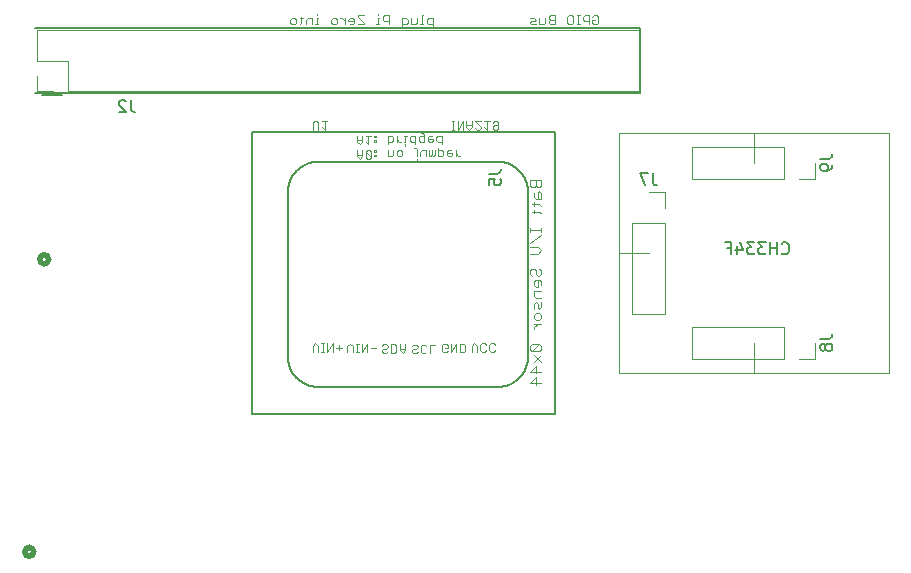
<source format=gbr>
%TF.GenerationSoftware,KiCad,Pcbnew,9.0.2*%
%TF.CreationDate,2025-11-06T14:17:09-06:00*%
%TF.ProjectId,cubesat Sim board,63756265-7361-4742-9053-696d20626f61,rev?*%
%TF.SameCoordinates,Original*%
%TF.FileFunction,Legend,Bot*%
%TF.FilePolarity,Positive*%
%FSLAX46Y46*%
G04 Gerber Fmt 4.6, Leading zero omitted, Abs format (unit mm)*
G04 Created by KiCad (PCBNEW 9.0.2) date 2025-11-06 14:17:09*
%MOMM*%
%LPD*%
G01*
G04 APERTURE LIST*
G04 Aperture macros list*
%AMRoundRect*
0 Rectangle with rounded corners*
0 $1 Rounding radius*
0 $2 $3 $4 $5 $6 $7 $8 $9 X,Y pos of 4 corners*
0 Add a 4 corners polygon primitive as box body*
4,1,4,$2,$3,$4,$5,$6,$7,$8,$9,$2,$3,0*
0 Add four circle primitives for the rounded corners*
1,1,$1+$1,$2,$3*
1,1,$1+$1,$4,$5*
1,1,$1+$1,$6,$7*
1,1,$1+$1,$8,$9*
0 Add four rect primitives between the rounded corners*
20,1,$1+$1,$2,$3,$4,$5,0*
20,1,$1+$1,$4,$5,$6,$7,0*
20,1,$1+$1,$6,$7,$8,$9,0*
20,1,$1+$1,$8,$9,$2,$3,0*%
G04 Aperture macros list end*
%ADD10C,0.127000*%
%ADD11C,0.101600*%
%ADD12C,0.100000*%
%ADD13C,0.203200*%
%ADD14C,0.150000*%
%ADD15C,0.508000*%
%ADD16C,0.120000*%
%ADD17C,2.800000*%
%ADD18O,2.800000X2.800000*%
%ADD19C,5.400000*%
%ADD20C,1.803400*%
%ADD21O,1.550000X0.890000*%
%ADD22O,0.950000X1.250000*%
%ADD23C,1.600000*%
%ADD24O,1.600000X1.600000*%
%ADD25C,1.700000*%
%ADD26R,1.700000X1.700000*%
%ADD27RoundRect,0.250000X0.350000X0.625000X-0.350000X0.625000X-0.350000X-0.625000X0.350000X-0.625000X0*%
%ADD28O,1.200000X1.750000*%
%ADD29C,1.200000*%
%ADD30O,1.512000X2.820000*%
%ADD31O,2.820000X1.512000*%
%ADD32C,1.712000*%
G04 APERTURE END LIST*
D10*
X161919670Y-71138540D02*
X161980630Y-71146670D01*
D11*
X164962340Y-84846410D02*
X164657280Y-85151470D01*
X146160240Y-86503510D02*
X146397480Y-86741000D01*
D10*
X163833560Y-88864440D02*
X163803080Y-88917780D01*
D11*
X149662900Y-68935600D02*
X149662900Y-69410320D01*
D10*
X164093660Y-88178130D02*
X164079690Y-88237820D01*
D11*
X164657280Y-74555860D02*
X164657280Y-74860910D01*
D10*
X145303240Y-71356470D02*
X145359120Y-71331330D01*
D11*
X155774900Y-70629520D02*
X155893520Y-70629520D01*
D10*
X143880840Y-88117930D02*
X143869920Y-88057730D01*
D11*
X153505160Y-70510910D02*
X153386540Y-70629520D01*
X151917660Y-86587970D02*
X151799040Y-86706840D01*
X154764740Y-70036180D02*
X154764740Y-70629520D01*
X150411180Y-70748140D02*
X150529800Y-70866760D01*
X161539430Y-67691000D02*
X161302200Y-67691000D01*
D10*
X163297870Y-89531190D02*
X163251390Y-89571320D01*
X164126930Y-87997030D02*
X164117280Y-88057730D01*
D11*
X165114740Y-84521040D02*
X164809680Y-84521040D01*
D10*
X162339790Y-71226170D02*
X162398460Y-71244200D01*
X163343340Y-71799960D02*
X163387790Y-71842370D01*
X163594040Y-89220550D02*
X163554920Y-89267790D01*
D11*
X151278340Y-70629520D02*
X151159720Y-70629520D01*
X157234890Y-87223855D02*
X157353510Y-87105235D01*
X154750320Y-59367350D02*
X154750320Y-58986090D01*
D10*
X145588740Y-71244200D02*
X145647410Y-71226170D01*
D12*
X171831000Y-78828000D02*
X174371000Y-78828000D01*
D11*
X146671290Y-86503510D02*
X146908780Y-86503510D01*
X165109450Y-59494600D02*
X165490710Y-59494600D01*
X149081240Y-86520275D02*
X148844000Y-86757765D01*
X165114740Y-87171780D02*
X165267390Y-87019130D01*
D10*
X163771330Y-72319890D02*
X163803080Y-72372220D01*
X162398460Y-90045790D02*
X162339790Y-90063830D01*
D11*
X158375860Y-86511895D02*
X158731720Y-86511895D01*
X166031730Y-59113090D02*
X166412980Y-59113090D01*
D10*
X163106610Y-71605140D02*
X163155890Y-71641710D01*
X144283180Y-72217020D02*
X144318740Y-72166990D01*
X144432280Y-72022210D02*
X144472410Y-71975720D01*
D11*
X165114740Y-74708260D02*
X165267390Y-74860910D01*
X161539430Y-68402960D02*
X161302200Y-68402960D01*
D10*
X145530570Y-71264020D02*
X145588740Y-71244200D01*
X162280860Y-71209150D02*
X162339790Y-71226170D01*
X163942270Y-88644470D02*
X163917130Y-88700350D01*
D11*
X149318480Y-86757765D02*
X149081240Y-86520275D01*
D10*
X122448120Y-59824800D02*
X173654520Y-59824800D01*
D11*
X157353510Y-86868005D02*
X157116280Y-86868005D01*
X165267390Y-73142350D02*
X165114740Y-73294750D01*
D10*
X164150550Y-87752680D02*
X164147000Y-87813890D01*
X143852140Y-73353930D02*
X143860270Y-73292970D01*
D11*
X155026360Y-70629520D02*
X155026360Y-70273670D01*
D10*
X173654520Y-65311200D02*
X122448120Y-65311200D01*
D11*
X155443430Y-87308310D02*
X155206200Y-87308310D01*
X155650190Y-69291710D02*
X155768810Y-69410320D01*
X145943580Y-67809870D02*
X146062200Y-67691000D01*
D10*
X146128490Y-90158060D02*
X146067530Y-90151460D01*
X144981680Y-71535290D02*
X145033500Y-71502270D01*
X162901380Y-89819480D02*
X162848040Y-89849960D01*
D11*
X153770590Y-86944080D02*
X153295860Y-86944080D01*
X144545360Y-59113090D02*
X144545360Y-59367350D01*
X165267390Y-82039970D02*
X164657280Y-82039970D01*
X165904730Y-59367350D02*
X166031730Y-59494600D01*
X165267390Y-77362300D02*
X164352230Y-77972410D01*
X153955040Y-59367350D02*
X153955040Y-59113090D01*
D10*
X161980630Y-90143330D02*
X161919670Y-90151460D01*
X164064450Y-88297260D02*
X164047430Y-88356180D01*
X162456630Y-71264020D02*
X162514280Y-71285100D01*
X143840200Y-87813890D02*
X143836650Y-87752680D01*
D11*
X154764740Y-70866760D02*
X154764740Y-70985380D01*
X164504630Y-73294750D02*
X164657280Y-73294750D01*
D10*
X144783050Y-71679560D02*
X144831310Y-71641710D01*
D11*
X160672280Y-68402960D02*
X160435040Y-68165720D01*
X155376380Y-68816980D02*
X155376380Y-69410320D01*
X155153410Y-58731840D02*
X155153410Y-59494600D01*
X166031730Y-58731840D02*
X165904730Y-58858840D01*
D10*
X146373600Y-90170000D02*
X146312130Y-90169240D01*
X146189700Y-71126600D02*
X146250920Y-71123050D01*
X163431220Y-89404190D02*
X163387790Y-89447620D01*
D11*
X157390340Y-70629520D02*
X157627580Y-70629520D01*
D10*
X162571430Y-71307450D02*
X162628080Y-71331330D01*
X164029390Y-88414860D02*
X164009580Y-88473020D01*
D11*
X152638260Y-69410320D02*
X152282400Y-69410320D01*
X153505160Y-70273670D02*
X153505160Y-70510910D01*
X150091400Y-87232235D02*
X150091400Y-86520275D01*
D10*
X163917130Y-72589640D02*
X163942270Y-72645520D01*
D11*
X156006040Y-68935600D02*
X155768810Y-68935600D01*
X157746200Y-70510910D02*
X157746200Y-70392290D01*
X156997910Y-70273670D02*
X156997910Y-70510910D01*
D10*
X162280860Y-90080840D02*
X162221420Y-90096080D01*
D11*
X146146570Y-59494600D02*
X146400830Y-59494600D01*
D10*
X145825470Y-90110050D02*
X145765780Y-90096080D01*
D11*
X158731720Y-86511895D02*
X158850590Y-86630765D01*
X169328900Y-58731840D02*
X168947390Y-58731840D01*
X159412690Y-68165720D02*
X159412690Y-67691000D01*
X147170400Y-87215470D02*
X147644870Y-86503510D01*
X159175450Y-68402960D02*
X158938220Y-68165720D01*
X156249370Y-70510910D02*
X156249370Y-70154800D01*
X154901650Y-69291710D02*
X154901650Y-69054470D01*
X154527510Y-69917560D02*
X154646130Y-69917560D01*
X165267390Y-76738730D02*
X165267390Y-77043790D01*
X155567180Y-59367350D02*
X155567180Y-59113090D01*
X164314180Y-59367350D02*
X164441430Y-59494600D01*
X155694180Y-59494600D02*
X155567180Y-59367350D01*
X153828040Y-58986090D02*
X153446790Y-58986090D01*
D10*
X145247870Y-71383140D02*
X145303240Y-71356470D01*
X162953700Y-89787730D02*
X162901380Y-89819480D01*
D11*
X158664410Y-67691000D02*
X158664410Y-68402960D01*
X168947390Y-58731840D02*
X168820390Y-58858840D01*
X164352230Y-72684640D02*
X165267390Y-72684640D01*
X151159720Y-69291710D02*
X151278340Y-69291710D01*
D10*
X164093660Y-73111870D02*
X164106360Y-73172060D01*
D11*
X164657280Y-74077830D02*
X164809680Y-74230480D01*
X164657280Y-84846410D02*
X165267390Y-84846410D01*
X160133540Y-86622380D02*
X160133540Y-87096850D01*
X147170400Y-86503510D02*
X147170400Y-87215470D01*
X156075690Y-58986090D02*
X156075690Y-59748600D01*
X150244100Y-59494600D02*
X150244100Y-59367350D01*
X156006040Y-69410320D02*
X156124660Y-69291710D01*
X155020270Y-68935600D02*
X155376380Y-68935600D01*
X149318480Y-87232235D02*
X149318480Y-86757765D01*
X165114740Y-81104480D02*
X165267390Y-81256880D01*
X151917660Y-87299930D02*
X152154890Y-87299930D01*
X149900140Y-69647560D02*
X150137370Y-69410320D01*
X151314410Y-86876385D02*
X150839680Y-86876385D01*
X168820390Y-59113090D02*
X168947390Y-59240350D01*
D10*
X145647410Y-71226170D02*
X145706340Y-71209150D01*
D11*
X170123920Y-59367350D02*
X170123920Y-58858840D01*
X164809680Y-73142350D02*
X164809680Y-72684640D01*
D10*
X161858710Y-71131940D02*
X161919670Y-71138540D01*
D11*
X154153370Y-69291710D02*
X154271980Y-69410320D01*
D10*
X146250920Y-71123050D02*
X146312130Y-71120760D01*
X143860270Y-87997030D02*
X143852140Y-87936070D01*
X162793940Y-71410830D02*
X162848040Y-71440040D01*
X161919670Y-90151460D02*
X161858710Y-90158060D01*
D11*
X158257500Y-70629520D02*
X158020260Y-70392290D01*
D10*
X143880840Y-73172060D02*
X143893540Y-73111870D01*
X162161730Y-71179940D02*
X162221420Y-71193910D01*
X143893540Y-88178130D02*
X143880840Y-88117930D01*
X163942270Y-72645520D02*
X163966150Y-72702160D01*
X144124430Y-72479660D02*
X144153640Y-72425560D01*
D11*
X165114740Y-83585560D02*
X164962340Y-83433160D01*
X161000440Y-86503510D02*
X161237680Y-86503510D01*
X164809680Y-84521040D02*
X164657280Y-84368640D01*
D10*
X162628080Y-89958670D02*
X162571430Y-89982550D01*
D12*
X194691000Y-68668000D02*
X194691000Y-88988000D01*
D11*
X164657280Y-81256880D02*
X164657280Y-81561940D01*
X146273570Y-58986090D02*
X146400830Y-58986090D01*
X152273510Y-86706840D02*
X152154890Y-86587970D01*
D10*
X144513560Y-89359740D02*
X144472410Y-89314270D01*
D11*
X156997660Y-87223855D02*
X157234890Y-87223855D01*
X153828040Y-59494600D02*
X153955040Y-59367350D01*
X165267390Y-72684640D02*
X165267390Y-73142350D01*
D10*
X144783050Y-89610440D02*
X144735810Y-89571320D01*
D11*
X167495020Y-58858840D02*
X167495020Y-59367350D01*
D10*
X164009580Y-88473020D02*
X163988500Y-88530680D01*
D11*
X155694180Y-58986090D02*
X156075690Y-58986090D01*
D13*
X124683320Y-65489000D02*
X123032320Y-65489000D01*
D11*
X168279370Y-58731840D02*
X168533630Y-58731840D01*
X165114740Y-75332080D02*
X165267390Y-75484480D01*
X152273510Y-86825460D02*
X152273510Y-86706840D01*
D10*
X144599410Y-71842370D02*
X144643860Y-71799960D01*
D11*
X160161230Y-67691000D02*
X159686760Y-67691000D01*
D10*
X146189700Y-90163390D02*
X146128490Y-90158060D01*
X163387790Y-89447620D02*
X163343340Y-89490040D01*
D11*
X148844000Y-86757765D02*
X148844000Y-87232235D01*
X149449080Y-59367350D02*
X149449080Y-59113090D01*
X146062200Y-67691000D02*
X146299430Y-67691000D01*
D10*
X143833600Y-73660000D02*
X143834360Y-73598530D01*
X164153600Y-87630000D02*
X164152840Y-87691470D01*
D11*
X165267390Y-80321400D02*
X165114740Y-80169000D01*
X153891750Y-68935600D02*
X153654510Y-68935600D01*
D10*
X143845540Y-73414890D02*
X143852140Y-73353930D01*
D11*
X158102050Y-87223855D02*
X158102050Y-86511895D01*
X154271980Y-68935600D02*
X154153370Y-69054470D01*
D10*
X164152840Y-87691470D02*
X164150550Y-87752680D01*
D11*
X151569470Y-59494600D02*
X151315220Y-59494600D01*
D10*
X161858710Y-90158060D02*
X161797500Y-90163390D01*
D11*
X153022050Y-86706840D02*
X152903430Y-86587970D01*
X150137370Y-69410320D02*
X150137370Y-68935600D01*
X151442470Y-58986090D02*
X151569470Y-58986090D01*
D10*
X163803080Y-72372220D02*
X163833560Y-72425560D01*
D11*
X153030690Y-70510910D02*
X153030690Y-70273670D01*
X151983490Y-59240350D02*
X152364750Y-59240350D01*
D10*
X163204150Y-89610440D02*
X163155890Y-89648280D01*
X163554920Y-72022210D02*
X163594040Y-72069450D01*
D11*
X168003530Y-59367350D02*
X168003530Y-58858840D01*
X160133540Y-87096850D02*
X160252160Y-87215470D01*
D10*
X162514280Y-90004900D02*
X162456630Y-90025980D01*
X163668460Y-89123010D02*
X163631880Y-89172290D01*
X145472920Y-71285100D02*
X145530570Y-71264020D01*
D11*
X164504630Y-86561670D02*
X165114740Y-86561670D01*
D10*
X144096740Y-72534270D02*
X144124430Y-72479660D01*
D11*
X154627840Y-68935600D02*
X154271980Y-68935600D01*
X164962340Y-78907890D02*
X164352230Y-78907890D01*
X155020270Y-69410320D02*
X154901650Y-69291710D01*
X150137370Y-69291710D02*
X149662900Y-69291710D01*
D10*
X143840200Y-73476100D02*
X143845540Y-73414890D01*
D11*
X149900140Y-70866760D02*
X150137370Y-70629520D01*
D10*
X144215870Y-88970100D02*
X144184120Y-88917780D01*
D11*
X155562050Y-87189690D02*
X155443430Y-87308310D01*
D10*
X161797500Y-71126600D02*
X161858710Y-71131940D01*
D11*
X152638260Y-68935600D02*
X152756870Y-69054470D01*
D10*
X145885670Y-90122750D02*
X145825470Y-90110050D01*
D11*
X156124660Y-69291710D02*
X156124660Y-69173090D01*
X153773130Y-69647560D02*
X153773130Y-69766180D01*
D10*
X145085820Y-71470520D02*
X145139160Y-71440040D01*
D11*
X160161230Y-68165720D02*
X160161230Y-68284340D01*
X161302200Y-68402960D02*
X161183580Y-68284340D01*
X153446790Y-59621600D02*
X153573790Y-59748600D01*
D10*
X162398460Y-71244200D02*
X162456630Y-71264020D01*
X163917130Y-88700350D02*
X163890460Y-88755730D01*
D11*
X164314180Y-58986090D02*
X164695690Y-58986090D01*
X154153370Y-69054470D02*
X154153370Y-69291710D01*
X165904730Y-58986090D02*
X166031730Y-59113090D01*
X150137370Y-70629520D02*
X150137370Y-70154800D01*
D10*
X163862770Y-88810340D02*
X163833560Y-88864440D01*
X145945860Y-90133680D02*
X145885670Y-90122750D01*
D11*
X151278340Y-69054470D02*
X151159720Y-69054470D01*
X164352230Y-76891130D02*
X165267390Y-76891130D01*
X169996920Y-59494600D02*
X170123920Y-59367350D01*
X156879290Y-70629520D02*
X156523440Y-70629520D01*
X164809680Y-80321400D02*
X164809680Y-80626460D01*
X165114740Y-83910930D02*
X165267390Y-84063580D01*
X164962340Y-80779110D02*
X165114740Y-80779110D01*
X148653810Y-59494600D02*
X148653810Y-58986090D01*
X164809680Y-88432640D02*
X164809680Y-89042750D01*
D10*
X144689330Y-89531190D02*
X144643860Y-89490040D01*
X164150550Y-73537320D02*
X164152840Y-73598530D01*
X162456630Y-90025980D02*
X162398460Y-90045790D01*
D11*
X154627840Y-69647560D02*
X154627840Y-68935600D01*
D10*
X144318740Y-89123010D02*
X144283180Y-89072970D01*
D11*
X149067830Y-58986090D02*
X148940570Y-59113090D01*
D10*
X144555980Y-89404190D02*
X144513560Y-89359740D01*
D11*
X153828040Y-59494600D02*
X153446790Y-59494600D01*
D10*
X140785600Y-92456000D02*
X166439600Y-92456000D01*
X163803080Y-88917780D02*
X163771330Y-88970100D01*
X143834360Y-87691470D02*
X143833600Y-87630000D01*
D11*
X164657280Y-82497420D02*
X164809680Y-82650070D01*
X167495020Y-59367350D02*
X167622270Y-59494600D01*
X168406370Y-58731840D02*
X168406370Y-59494600D01*
X152903430Y-86587970D02*
X152547580Y-86587970D01*
D10*
X163106610Y-89684860D02*
X163056570Y-89720420D01*
D11*
X165267390Y-74230480D02*
X165267390Y-73772770D01*
X159622240Y-86503510D02*
X159385000Y-86741000D01*
X155280410Y-58731840D02*
X155153410Y-58731840D01*
X158257500Y-70629520D02*
X158376120Y-70629520D01*
X155145240Y-70154800D02*
X155501090Y-70154800D01*
X164809680Y-81714590D02*
X164962340Y-81714590D01*
X164657280Y-87497160D02*
X165267390Y-88107260D01*
X147609870Y-58986090D02*
X147482870Y-59113090D01*
X157809440Y-67691000D02*
X157809440Y-68402960D01*
X151442470Y-58731840D02*
X151442470Y-58604840D01*
X148155920Y-87096850D02*
X148155920Y-86622380D01*
X165114740Y-81104480D02*
X164809680Y-81104480D01*
D10*
X164135060Y-87936070D02*
X164126930Y-87997030D01*
D11*
X164657280Y-83128100D02*
X164657280Y-83585560D01*
X158850590Y-87105235D02*
X158731720Y-87223855D01*
X154339040Y-87189690D02*
X154457660Y-87308310D01*
X156873200Y-69647560D02*
X156873200Y-68935600D01*
X151856240Y-58858840D02*
X151856240Y-59113090D01*
D10*
X145085820Y-89819480D02*
X145033500Y-89787730D01*
X144283180Y-89072970D02*
X144248890Y-89021920D01*
X144930630Y-89720420D02*
X144880590Y-89684860D01*
D11*
X156012140Y-70510910D02*
X156130760Y-70629520D01*
D10*
X164141660Y-87875110D02*
X164135060Y-87936070D01*
D11*
X158375860Y-87223855D02*
X158375860Y-86511895D01*
D10*
X145415770Y-89982550D02*
X145359120Y-89958670D01*
D11*
X156879290Y-70154800D02*
X156997910Y-70273670D01*
X164352230Y-87019130D02*
X164504630Y-87171780D01*
X165267390Y-84063580D02*
X165267390Y-84368640D01*
D10*
X166439600Y-92456000D02*
X166439600Y-68580000D01*
X144735810Y-71718680D02*
X144783050Y-71679560D01*
D11*
X149710910Y-86520275D02*
X149710910Y-87232235D01*
X165267390Y-83433160D02*
X165114740Y-83585560D01*
D10*
X163988500Y-88530680D02*
X163966150Y-88587830D01*
D11*
X149662900Y-70154800D02*
X149662900Y-70629520D01*
D10*
X146006570Y-71146670D02*
X146067530Y-71138540D01*
D11*
X165114740Y-80779110D02*
X165267390Y-80626460D01*
X155768810Y-68935600D02*
X155650190Y-69054470D01*
X157627580Y-70629520D02*
X157746200Y-70510910D01*
X164657280Y-75179430D02*
X164657280Y-75484480D01*
X153386540Y-70154800D02*
X153505160Y-70273670D01*
D10*
X145139160Y-71440040D02*
X145193260Y-71410830D01*
D11*
X151856240Y-59113090D02*
X151983490Y-59240350D01*
D10*
X144355320Y-89172290D02*
X144318740Y-89123010D01*
D11*
X165114740Y-73620370D02*
X164962340Y-73772770D01*
X156012140Y-70154800D02*
X156012140Y-70510910D01*
D10*
X140785600Y-68580000D02*
X140785600Y-92456000D01*
D11*
X156130760Y-70629520D02*
X156249370Y-70510910D01*
D10*
X144880590Y-71605140D02*
X144930630Y-71569580D01*
D11*
X150411180Y-70273670D02*
X150885910Y-70748140D01*
X165904730Y-59240350D02*
X165904730Y-59367350D01*
D10*
X163155890Y-89648280D02*
X163106610Y-89684860D01*
X144513560Y-71930260D02*
X144555980Y-71885810D01*
D11*
X164657280Y-81561940D02*
X164809680Y-81714590D01*
X160672280Y-67691000D02*
X160672280Y-68402960D01*
X164657280Y-73772770D02*
X164657280Y-74077830D01*
X157353510Y-86630765D02*
X157234890Y-86511895D01*
X164962340Y-78297780D02*
X165267390Y-78602840D01*
D10*
X164135060Y-73353930D02*
X164141660Y-73414890D01*
D11*
X158850590Y-86630765D02*
X158850590Y-87105235D01*
X144821200Y-59494600D02*
X144948460Y-59367350D01*
X157627580Y-87223855D02*
X157627580Y-86511895D01*
D10*
X162739330Y-89906850D02*
X162683960Y-89933520D01*
D11*
X164962340Y-73772770D02*
X164962340Y-74230480D01*
X164962340Y-81714590D02*
X164962340Y-81104480D01*
D10*
X163204150Y-71679560D02*
X163251390Y-71718680D01*
D11*
X155835860Y-86596350D02*
X155835860Y-87308310D01*
D10*
X145415770Y-71307450D02*
X145472920Y-71285100D01*
D11*
X150411180Y-70273670D02*
X150411180Y-70748140D01*
X157271720Y-70273670D02*
X157390340Y-70154800D01*
X161658050Y-67809870D02*
X161658050Y-68284340D01*
X151799040Y-87062690D02*
X151799040Y-87181310D01*
D10*
X164064450Y-72992740D02*
X164079690Y-73052180D01*
X163554920Y-89267790D02*
X163514790Y-89314270D01*
D11*
X164352230Y-80321400D02*
X164352230Y-80626460D01*
X168279370Y-59494600D02*
X168533630Y-59494600D01*
X164352230Y-86714070D02*
X164352230Y-87019130D01*
D10*
X164079690Y-73052180D02*
X164093660Y-73111870D01*
X143834360Y-73598530D02*
X143836650Y-73537320D01*
X144184120Y-88917780D02*
X144153640Y-88864440D01*
D11*
X169615670Y-59113090D02*
X169615670Y-59367350D01*
X150885910Y-70748140D02*
X150885910Y-70273670D01*
D10*
X144930630Y-71569580D02*
X144981680Y-71535290D01*
D11*
X145870730Y-58986090D02*
X145870730Y-59494600D01*
D10*
X162101530Y-71167240D02*
X162161730Y-71179940D01*
D11*
X164809680Y-89368120D02*
X164809680Y-89978230D01*
X164809680Y-89368120D02*
X164352230Y-89825830D01*
D10*
X143922750Y-72992740D02*
X143939770Y-72933810D01*
D11*
X158189930Y-68402960D02*
X158189930Y-67691000D01*
D10*
X144880590Y-89684860D02*
X144831310Y-89648280D01*
X163631880Y-89172290D02*
X163594040Y-89220550D01*
D11*
X151159720Y-69054470D02*
X151159720Y-68935600D01*
D10*
X144021050Y-88587830D02*
X143998700Y-88530680D01*
D11*
X146908780Y-87215470D02*
X146671290Y-87215470D01*
D10*
X163771330Y-88970100D02*
X163738310Y-89021920D01*
D11*
X165114740Y-86561670D02*
X164504630Y-87171780D01*
X151278340Y-69291710D02*
X151278340Y-69410320D01*
X146789910Y-87215470D02*
X146789910Y-86503510D01*
X156124660Y-69173090D02*
X155650190Y-69173090D01*
D10*
X143907510Y-88237820D02*
X143893540Y-88178130D01*
D11*
X169615670Y-59367350D02*
X169742670Y-59494600D01*
X156517090Y-69410320D02*
X156873200Y-69410320D01*
X151159720Y-70273670D02*
X151159720Y-70154800D01*
X151278340Y-69410320D02*
X151159720Y-69410320D01*
X156310590Y-86596350D02*
X155835860Y-86596350D01*
X144418360Y-58986090D02*
X144545360Y-59113090D01*
X151278340Y-70154800D02*
X151278340Y-70273670D01*
X164504630Y-87171780D02*
X165114740Y-87171780D01*
X149735850Y-59494600D02*
X150244100Y-59494600D01*
D10*
X163005520Y-71535290D02*
X163056570Y-71569580D01*
D11*
X164504630Y-86561670D02*
X164352230Y-86714070D01*
D10*
X146067530Y-71138540D02*
X146128490Y-71131940D01*
D11*
X152282400Y-70629520D02*
X152282400Y-70154800D01*
D10*
X144393160Y-89220550D02*
X144355320Y-89172290D01*
D11*
X159859470Y-86741000D02*
X159622240Y-86503510D01*
D10*
X162683960Y-71356470D02*
X162739330Y-71383140D01*
X146312130Y-90169240D02*
X146250920Y-90166950D01*
D11*
X153267920Y-69410320D02*
X153030690Y-69173090D01*
D10*
X162041340Y-90133680D02*
X161980630Y-90143330D01*
X161675070Y-90169240D02*
X161613600Y-90170000D01*
D11*
X155893520Y-70629520D02*
X156012140Y-70510910D01*
D10*
X144599410Y-89447620D02*
X144555980Y-89404190D01*
X162628080Y-71331330D02*
X162683960Y-71356470D01*
X163387790Y-71842370D02*
X163431220Y-71885810D01*
D11*
X151159720Y-70510910D02*
X151278340Y-70510910D01*
X146418050Y-67809870D02*
X146418050Y-68402960D01*
X145075460Y-58986090D02*
X144821200Y-58986090D01*
X151159720Y-69410320D02*
X151159720Y-69291710D01*
D10*
X173654520Y-59824800D02*
X173654520Y-65311200D01*
X144153640Y-72425560D02*
X144184120Y-72372220D01*
X162514280Y-71285100D02*
X162571430Y-71307450D01*
X145247870Y-89906850D02*
X145193260Y-89879170D01*
D11*
X160161230Y-68284340D02*
X160042610Y-68402960D01*
D10*
X144124430Y-88810340D02*
X144096740Y-88755730D01*
D11*
X164504630Y-80169000D02*
X164352230Y-80321400D01*
X152756870Y-69054470D02*
X152756870Y-69291710D01*
X150565870Y-86520275D02*
X150091400Y-87232235D01*
X154646130Y-69917560D02*
X154764740Y-70036180D01*
D10*
X163704020Y-89072970D02*
X163668460Y-89123010D01*
D11*
X155774900Y-70629520D02*
X155774900Y-70154800D01*
X161000440Y-87215470D02*
X160881820Y-87096850D01*
X161356550Y-87096850D02*
X161237680Y-87215470D01*
D10*
X161613600Y-71120000D02*
X161675070Y-71120760D01*
X163966150Y-88587830D02*
X163942270Y-88644470D01*
X144248890Y-72268080D02*
X144283180Y-72217020D01*
X163704020Y-72217020D02*
X163738310Y-72268080D01*
D11*
X145923000Y-86741000D02*
X146160240Y-86503510D01*
X165109450Y-59494600D02*
X165109450Y-58986090D01*
X165114740Y-73294750D02*
X164962340Y-73294750D01*
D10*
X144555980Y-71885810D02*
X144599410Y-71842370D01*
D11*
X149735850Y-58858840D02*
X149735850Y-58731840D01*
D10*
X164117280Y-88057730D02*
X164106360Y-88117930D01*
D11*
X144036850Y-59113090D02*
X144164100Y-58986090D01*
D10*
X144432280Y-89267790D02*
X144393160Y-89220550D01*
D11*
X157234890Y-86511895D02*
X156997660Y-86511895D01*
X145362220Y-59113090D02*
X145362220Y-59494600D01*
X155768810Y-69410320D02*
X156006040Y-69410320D01*
X154339040Y-87071070D02*
X154339040Y-87189690D01*
X151278340Y-70273670D02*
X151159720Y-70273670D01*
D10*
X146250920Y-90166950D02*
X146189700Y-90163390D01*
X161736280Y-90166950D02*
X161675070Y-90169240D01*
D11*
X151159720Y-68935600D02*
X151278340Y-68935600D01*
D10*
X143907510Y-73052180D02*
X143922750Y-72992740D01*
X145303240Y-89933520D02*
X145247870Y-89906850D01*
D11*
X151159720Y-70629520D02*
X151159720Y-70510910D01*
D10*
X163005520Y-89754710D02*
X162953700Y-89787730D01*
X143836650Y-73537320D02*
X143840200Y-73476100D01*
D11*
X146273570Y-59494600D02*
X146273570Y-58986090D01*
X167876270Y-59494600D02*
X168003530Y-59367350D01*
X159412690Y-68165720D02*
X159175450Y-68402960D01*
D10*
X144472410Y-71975720D02*
X144513560Y-71930260D01*
X162339790Y-90063830D02*
X162280860Y-90080840D01*
D11*
X154241810Y-58986090D02*
X154241810Y-59494600D01*
X153533100Y-87299930D02*
X153770590Y-87062690D01*
D10*
X144318740Y-72166990D02*
X144355320Y-72117710D01*
D11*
X150565870Y-87232235D02*
X150565870Y-86520275D01*
D10*
X164029390Y-72875140D02*
X164047430Y-72933810D01*
D11*
X144164100Y-59494600D02*
X144036850Y-59367350D01*
D10*
X145193260Y-89879170D02*
X145139160Y-89849960D01*
X143836650Y-87752680D02*
X143834360Y-87691470D01*
X163833560Y-72425560D02*
X163862770Y-72479660D01*
X145945860Y-71156320D02*
X146006570Y-71146670D01*
D11*
X153149300Y-70629520D02*
X153030690Y-70510910D01*
X165267390Y-80626460D02*
X165267390Y-80321400D01*
X151917660Y-86944080D02*
X151799040Y-87062690D01*
X154623320Y-59494600D02*
X154750320Y-59367350D01*
X164657280Y-82039970D02*
X164657280Y-82497420D01*
D10*
X161980630Y-71146670D02*
X162041340Y-71156320D01*
D11*
X158664410Y-67691000D02*
X158189930Y-68402960D01*
X155650190Y-69054470D02*
X155650190Y-69291710D01*
D10*
X143922750Y-88297260D02*
X143907510Y-88237820D01*
D11*
X161302200Y-68047110D02*
X161658050Y-68047110D01*
D10*
X145647410Y-90063830D02*
X145588740Y-90045790D01*
X164079690Y-88237820D02*
X164064450Y-88297260D01*
D11*
X159805370Y-68402960D02*
X159686760Y-68284340D01*
X151983490Y-58731840D02*
X151856240Y-58858840D01*
X144948460Y-59367350D02*
X144948460Y-58858840D01*
X152154890Y-87299930D02*
X152273510Y-87181310D01*
X155087580Y-86715220D02*
X155206200Y-86596350D01*
X164352230Y-73142350D02*
X164504630Y-73294750D01*
X155087580Y-87189690D02*
X155087580Y-86715220D01*
X152282400Y-68935600D02*
X152638260Y-68935600D01*
D10*
X145359120Y-71331330D02*
X145415770Y-71307450D01*
D12*
X194691000Y-88988000D02*
X171831000Y-88988000D01*
D10*
X162901380Y-71470520D02*
X162953700Y-71502270D01*
D11*
X167622270Y-59494600D02*
X167876270Y-59494600D01*
X149829780Y-86520275D02*
X149592290Y-86520275D01*
X160042610Y-68402960D02*
X159805370Y-68402960D01*
X144036850Y-59367350D02*
X144036850Y-59113090D01*
D10*
X163988500Y-72759310D02*
X164009580Y-72816970D01*
D11*
X155206200Y-86596350D02*
X155443430Y-86596350D01*
X150767040Y-70154800D02*
X150529800Y-70154800D01*
X158020260Y-70154800D02*
X158020260Y-70629520D01*
D10*
X144643860Y-71799960D02*
X144689330Y-71758810D01*
D11*
X167622270Y-58731840D02*
X167495020Y-58858840D01*
X159385000Y-86741000D02*
X159385000Y-87215470D01*
X159859470Y-87215470D02*
X159859470Y-86741000D01*
X160252160Y-87215470D02*
X160489390Y-87215470D01*
D10*
X161613600Y-90170000D02*
X146373600Y-90170000D01*
D11*
X152756870Y-70154800D02*
X152756870Y-70510910D01*
D10*
X163473640Y-71930260D02*
X163514790Y-71975720D01*
D11*
X153030690Y-70273670D02*
X153149300Y-70154800D01*
X150411180Y-68935600D02*
X150885910Y-68935600D01*
D10*
X163343340Y-89490040D02*
X163297870Y-89531190D01*
X164147000Y-87813890D02*
X164141660Y-87875110D01*
D11*
X164809680Y-83910930D02*
X165114740Y-83910930D01*
D10*
X163631880Y-72117710D02*
X163668460Y-72166990D01*
D11*
X151159720Y-70154800D02*
X151278340Y-70154800D01*
X169615670Y-59113090D02*
X169869670Y-59113090D01*
X147864120Y-58986090D02*
X147609870Y-58986090D01*
D10*
X164126930Y-73292970D02*
X164135060Y-73353930D01*
D11*
X149321830Y-58986090D02*
X149067830Y-58986090D01*
X150244100Y-59367350D02*
X149735850Y-58858840D01*
D10*
X144643860Y-89490040D02*
X144599410Y-89447620D01*
D11*
X157690820Y-68402960D02*
X157928060Y-68402960D01*
X160909510Y-67691000D02*
X160435040Y-67691000D01*
X165267390Y-87019130D02*
X165267390Y-86714070D01*
X149662900Y-69410320D02*
X149900140Y-69647560D01*
D10*
X145193260Y-71410830D02*
X145247870Y-71383140D01*
D11*
X164504630Y-80169000D02*
X164657280Y-80169000D01*
X156523440Y-70629520D02*
X156523440Y-69917560D01*
D12*
X171831000Y-68668000D02*
X194691000Y-68668000D01*
D11*
X153770590Y-87062690D02*
X153770590Y-86587970D01*
D10*
X163668460Y-72166990D02*
X163704020Y-72217020D01*
D11*
X151278340Y-68935600D02*
X151278340Y-69054470D01*
D10*
X145588740Y-90045790D02*
X145530570Y-90025980D01*
X145825470Y-71179940D02*
X145885670Y-71167240D01*
D11*
X155026360Y-70273670D02*
X155145240Y-70154800D01*
D10*
X143977620Y-72816970D02*
X143998700Y-72759310D01*
D11*
X155206200Y-87308310D02*
X155087580Y-87189690D01*
X161183580Y-68165720D02*
X161302200Y-68047110D01*
X168003530Y-58858840D02*
X167876270Y-58731840D01*
D10*
X143869920Y-88057730D02*
X143860270Y-87997030D01*
X162793940Y-89879170D02*
X162739330Y-89906850D01*
D11*
X154457660Y-87308310D02*
X154694890Y-87308310D01*
D10*
X145530570Y-90025980D02*
X145472920Y-90004900D01*
X145706340Y-90080840D02*
X145647410Y-90063830D01*
X162221420Y-71193910D02*
X162280860Y-71209150D01*
D11*
X169328900Y-59494600D02*
X169328900Y-58731840D01*
X153386540Y-69410320D02*
X153267920Y-69410320D01*
D10*
X144831310Y-89648280D02*
X144783050Y-89610440D01*
D11*
X152154890Y-86944080D02*
X152273510Y-86825460D01*
X169742670Y-58731840D02*
X169615670Y-58858840D01*
X166412980Y-58731840D02*
X166031730Y-58731840D01*
X157271720Y-70510910D02*
X157390340Y-70629520D01*
X152364750Y-59494600D02*
X152364750Y-58731840D01*
X164352230Y-80626460D02*
X164504630Y-80779110D01*
X160489390Y-86503510D02*
X160252160Y-86503510D01*
D10*
X164147000Y-73476100D02*
X164150550Y-73537320D01*
D11*
X144164100Y-58986090D02*
X144418360Y-58986090D01*
D10*
X143852140Y-87936070D02*
X143845540Y-87875110D01*
D11*
X164352230Y-78297780D02*
X164962340Y-78297780D01*
D10*
X164047430Y-88356180D02*
X164029390Y-88414860D01*
D11*
X165617960Y-59367350D02*
X165617960Y-58986090D01*
X151278340Y-70510910D02*
X151278340Y-70629520D01*
X145362220Y-59113090D02*
X145489220Y-58986090D01*
X147864120Y-59494600D02*
X147991120Y-59367350D01*
X168820390Y-58858840D02*
X168820390Y-59113090D01*
D10*
X163738310Y-72268080D02*
X163771330Y-72319890D01*
D11*
X165114740Y-75332080D02*
X164504630Y-75332080D01*
D10*
X143957810Y-72875140D02*
X143977620Y-72816970D01*
X164117280Y-73232260D02*
X164126930Y-73292970D01*
X144044930Y-88644470D02*
X144021050Y-88587830D01*
D11*
X153573790Y-59748600D02*
X153700790Y-59748600D01*
X157271720Y-70273670D02*
X157271720Y-70510910D01*
D10*
X143998700Y-72759310D02*
X144021050Y-72702160D01*
X162221420Y-90096080D02*
X162161730Y-90110050D01*
D11*
X164352230Y-76738730D02*
X164352230Y-77043790D01*
X165267390Y-78602840D02*
X164962340Y-78907890D01*
X147991120Y-59367350D02*
X147991120Y-59113090D01*
X149067830Y-59494600D02*
X149321830Y-59494600D01*
X156398470Y-69291710D02*
X156517090Y-69410320D01*
X164657280Y-88107260D02*
X165267390Y-87497160D01*
D10*
X164047430Y-72933810D02*
X164064450Y-72992740D01*
D11*
X148393410Y-86859620D02*
X147918680Y-86859620D01*
X164352230Y-89825830D02*
X165267390Y-89825830D01*
X164809680Y-82650070D02*
X165267390Y-82650070D01*
X146691860Y-68165720D02*
X146929100Y-68402960D01*
D10*
X163594040Y-72069450D02*
X163631880Y-72117710D01*
D11*
X149735850Y-58731840D02*
X150244100Y-58731840D01*
X161539430Y-67691000D02*
X161658050Y-67809870D01*
X159686760Y-67691000D02*
X160161230Y-68165720D01*
X147991120Y-59113090D02*
X147864120Y-58986090D01*
D10*
X144215870Y-72319890D02*
X144248890Y-72268080D01*
X162848040Y-71440040D02*
X162901380Y-71470520D01*
D11*
X155376380Y-68816980D02*
X155257760Y-68698360D01*
X154457660Y-86952460D02*
X154694890Y-86952460D01*
X164809680Y-82975450D02*
X164657280Y-83128100D01*
D10*
X162101530Y-90122750D02*
X162041340Y-90133680D01*
D11*
X164962340Y-83128100D02*
X164809680Y-82975450D01*
D10*
X144393160Y-72069450D02*
X144432280Y-72022210D01*
D11*
X169742670Y-59494600D02*
X169996920Y-59494600D01*
D10*
X143957810Y-88414860D02*
X143939770Y-88356180D01*
X146006570Y-90143330D02*
X145945860Y-90133680D01*
D11*
X164504630Y-74708260D02*
X165114740Y-74708260D01*
X161183580Y-68284340D02*
X161183580Y-68165720D01*
X147482870Y-59367350D02*
X147609870Y-59494600D01*
X164352230Y-72684640D02*
X164352230Y-73142350D01*
X144545360Y-59367350D02*
X144418360Y-59494600D01*
D10*
X144044930Y-72645520D02*
X144070070Y-72589640D01*
D11*
X146929100Y-68402960D02*
X146929100Y-67691000D01*
X145943580Y-68402960D02*
X145943580Y-67809870D01*
X156879040Y-87105235D02*
X156997660Y-87223855D01*
X160489390Y-87215470D02*
X160608010Y-87096850D01*
D10*
X163251390Y-89571320D02*
X163204150Y-89610440D01*
X163514790Y-89314270D02*
X163473640Y-89359740D01*
D11*
X153022050Y-87181310D02*
X153022050Y-86706840D01*
D10*
X162161730Y-90110050D02*
X162101530Y-90122750D01*
D11*
X161237680Y-87215470D02*
X161000440Y-87215470D01*
D10*
X145359120Y-89958670D02*
X145303240Y-89933520D01*
D11*
X160881820Y-87096850D02*
X160881820Y-86622380D01*
X164441430Y-59240350D02*
X164314180Y-59367350D01*
X149662900Y-70629520D02*
X149900140Y-70866760D01*
X151917660Y-86944080D02*
X152154890Y-86944080D01*
D10*
X144831310Y-71641710D02*
X144880590Y-71605140D01*
X164152840Y-73598530D02*
X164153600Y-73660000D01*
D11*
X151799040Y-87181310D02*
X151917660Y-87299930D01*
X158938220Y-68047110D02*
X159412690Y-68047110D01*
X164809680Y-80626460D02*
X164962340Y-80779110D01*
X160252160Y-86503510D02*
X160133540Y-86622380D01*
D10*
X145472920Y-90004900D02*
X145415770Y-89982550D01*
X144070070Y-72589640D02*
X144096740Y-72534270D01*
D11*
X157353510Y-86868005D02*
X157353510Y-86630765D01*
X150648420Y-69647560D02*
X150411180Y-69410320D01*
X158938220Y-68165720D02*
X158938220Y-67691000D01*
X153149300Y-70154800D02*
X153386540Y-70154800D01*
D10*
X164153600Y-73660000D02*
X164153600Y-87630000D01*
D11*
X153030690Y-69410320D02*
X153030690Y-68935600D01*
X154813510Y-86833840D02*
X154813510Y-86715220D01*
D10*
X145033500Y-89787730D02*
X144981680Y-89754710D01*
D11*
X146273570Y-58731840D02*
X146273570Y-58604840D01*
D10*
X144689330Y-71758810D02*
X144735810Y-71718680D01*
D11*
X155280410Y-59494600D02*
X155026160Y-59494600D01*
X164695690Y-58986090D02*
X164822690Y-59113090D01*
X164809680Y-74230480D02*
X165267390Y-74230480D01*
D10*
X144070070Y-88700350D02*
X144044930Y-88644470D01*
D11*
X153446790Y-58986090D02*
X153446790Y-59621600D01*
X155443430Y-86596350D02*
X155562050Y-86715220D01*
X151442470Y-58986090D02*
X151442470Y-59494600D01*
D10*
X164141660Y-73414890D02*
X164147000Y-73476100D01*
X163890460Y-72534270D02*
X163917130Y-72589640D01*
D11*
X160881820Y-86622380D02*
X161000440Y-86503510D01*
X147644870Y-86503510D02*
X147644870Y-87215470D01*
D10*
X162041340Y-71156320D02*
X162101530Y-71167240D01*
D11*
X165490710Y-59494600D02*
X165617960Y-59367350D01*
X152547580Y-86587970D02*
X152547580Y-87299930D01*
D10*
X162953700Y-71502270D02*
X163005520Y-71535290D01*
D11*
X144418360Y-59494600D02*
X144164100Y-59494600D01*
D10*
X144981680Y-89754710D02*
X144930630Y-89720420D01*
D11*
X166031730Y-59494600D02*
X166412980Y-59494600D01*
X157746200Y-70392290D02*
X157271720Y-70392290D01*
X169996920Y-58731840D02*
X169742670Y-58731840D01*
D10*
X161736280Y-71123050D02*
X161797500Y-71126600D01*
X144355320Y-72117710D02*
X144393160Y-72069450D01*
X161675070Y-71120760D02*
X161736280Y-71123050D01*
X163890460Y-88755730D02*
X163862770Y-88810340D01*
D11*
X156997660Y-86511895D02*
X156879040Y-86630765D01*
D10*
X145765780Y-71193910D02*
X145825470Y-71179940D01*
X144184120Y-72372220D02*
X144215870Y-72319890D01*
X163431220Y-71885810D02*
X163473640Y-71930260D01*
X143860270Y-73292970D02*
X143869920Y-73232260D01*
D11*
X155501090Y-70154800D02*
X155501090Y-70629520D01*
X152756870Y-69291710D02*
X152638260Y-69410320D01*
D10*
X163862770Y-72479660D02*
X163890460Y-72534270D01*
D11*
X164657280Y-84368640D02*
X164657280Y-84063580D01*
D10*
X143869920Y-73232260D02*
X143880840Y-73172060D01*
D11*
X147609870Y-59494600D02*
X147864120Y-59494600D01*
X170123920Y-58858840D02*
X169996920Y-58731840D01*
X155376380Y-69410320D02*
X155020270Y-69410320D01*
X165267390Y-73772770D02*
X165114740Y-73620370D01*
X160608010Y-86622380D02*
X160489390Y-86503510D01*
X154271980Y-69410320D02*
X154627840Y-69410320D01*
X161658050Y-68284340D02*
X161539430Y-68402960D01*
D10*
X162683960Y-89933520D02*
X162628080Y-89958670D01*
D11*
X148940570Y-59113090D02*
X148940570Y-59240350D01*
X164695690Y-59240350D02*
X164441430Y-59240350D01*
X150885910Y-70273670D02*
X150767040Y-70154800D01*
X150137370Y-70510910D02*
X149662900Y-70510910D01*
D10*
X146067530Y-90151460D02*
X146006570Y-90143330D01*
D11*
X149449080Y-59113090D02*
X149321830Y-58986090D01*
D10*
X164106360Y-88117930D02*
X164093660Y-88178130D01*
D11*
X164352230Y-88890350D02*
X165267390Y-88890350D01*
D10*
X144735810Y-89571320D02*
X144689330Y-89531190D01*
X161797500Y-90163390D02*
X161736280Y-90166950D01*
D11*
X152364750Y-58731840D02*
X151983490Y-58731840D01*
D10*
X146312130Y-71120760D02*
X146373600Y-71120000D01*
D11*
X149321830Y-59494600D02*
X149449080Y-59367350D01*
D10*
X143845540Y-87875110D02*
X143840200Y-87813890D01*
D12*
X171831000Y-88988000D02*
X171831000Y-68668000D01*
D11*
X154457660Y-86952460D02*
X154339040Y-87071070D01*
X153955040Y-59113090D02*
X153828040Y-58986090D01*
D10*
X162571430Y-89982550D02*
X162514280Y-90004900D01*
D11*
X166031730Y-59113090D02*
X165904730Y-59240350D01*
D10*
X144472410Y-89314270D02*
X144432280Y-89267790D01*
D11*
X154813510Y-86715220D02*
X154694890Y-86596350D01*
D10*
X145765780Y-90096080D02*
X145706340Y-90080840D01*
X143977620Y-88473020D02*
X143957810Y-88414860D01*
D11*
X156517090Y-68935600D02*
X156398470Y-69054470D01*
X164962340Y-73294750D02*
X164809680Y-73142350D01*
X150529800Y-70866760D02*
X150767040Y-70866760D01*
X150529800Y-70154800D02*
X150411180Y-70273670D01*
X157928060Y-67691000D02*
X157690820Y-67691000D01*
D10*
X164009580Y-72816970D02*
X164029390Y-72875140D01*
X143833600Y-87630000D02*
X143833600Y-73660000D01*
X163155890Y-71641710D02*
X163204150Y-71679560D01*
D11*
X164441430Y-59494600D02*
X164822690Y-59494600D01*
X152638260Y-70629520D02*
X152282400Y-70629520D01*
D10*
X145706340Y-71209150D02*
X145765780Y-71193910D01*
D11*
X148272550Y-58986090D02*
X148399550Y-58986090D01*
X145489220Y-58986090D02*
X145870730Y-58986090D01*
X152903430Y-87299930D02*
X153022050Y-87181310D01*
X150767040Y-70866760D02*
X150885910Y-70748140D01*
X152154890Y-86587970D02*
X151917660Y-86587970D01*
X165904730Y-58858840D02*
X165904730Y-58986090D01*
X156879040Y-86630765D02*
X156879040Y-87105235D01*
X164657280Y-84063580D02*
X164809680Y-83910930D01*
D10*
X145885670Y-71167240D02*
X145945860Y-71156320D01*
D11*
X154901650Y-69054470D02*
X155020270Y-68935600D01*
D10*
X145139160Y-89849960D02*
X145085820Y-89819480D01*
X143939770Y-88356180D02*
X143922750Y-88297260D01*
X163738310Y-89021920D02*
X163704020Y-89072970D01*
D11*
X161302200Y-67691000D02*
X161183580Y-67809870D01*
X146691860Y-67691000D02*
X147166590Y-67691000D01*
D10*
X163473640Y-89359740D02*
X163431220Y-89404190D01*
D11*
X165267390Y-84368640D02*
X165114740Y-84521040D01*
X154694890Y-86596350D02*
X154457660Y-86596350D01*
D10*
X144021050Y-72702160D02*
X144044930Y-72645520D01*
D11*
X165267390Y-81256880D02*
X165267390Y-81561940D01*
D10*
X146128490Y-71131940D02*
X146189700Y-71126600D01*
X163966150Y-72702160D02*
X163988500Y-72759310D01*
D11*
X153773130Y-69410320D02*
X153654510Y-69410320D01*
X164657280Y-85151470D02*
X164657280Y-85304120D01*
D10*
X144248890Y-89021920D02*
X144215870Y-88970100D01*
D11*
X154241810Y-59494600D02*
X154623320Y-59494600D01*
X148940570Y-59240350D02*
X149449080Y-59240350D01*
X157390340Y-70154800D02*
X157627580Y-70154800D01*
D10*
X163514790Y-71975720D02*
X163554920Y-72022210D01*
D11*
X164657280Y-80169000D02*
X164809680Y-80321400D01*
X164822690Y-59113090D02*
X164695690Y-59240350D01*
X156398470Y-69054470D02*
X156398470Y-69291710D01*
X156873200Y-68935600D02*
X156517090Y-68935600D01*
X166412980Y-59494600D02*
X166412980Y-58731840D01*
X148399550Y-58986090D02*
X148653810Y-59240350D01*
D10*
X146373600Y-71120000D02*
X161613600Y-71120000D01*
X163056570Y-89720420D02*
X163005520Y-89754710D01*
D11*
X145923000Y-87215470D02*
X145923000Y-86741000D01*
X146397480Y-86741000D02*
X146397480Y-87215470D01*
X155257760Y-68698360D02*
X155139140Y-68698360D01*
D10*
X143939770Y-72933810D02*
X143957810Y-72875140D01*
D12*
X183261000Y-88988000D02*
X183261000Y-86448000D01*
D11*
X155567180Y-59113090D02*
X155694180Y-58986090D01*
X153295860Y-87062690D02*
X153533100Y-87299930D01*
X164657280Y-73294750D02*
X164809680Y-73142350D01*
X149592290Y-87232235D02*
X149829780Y-87232235D01*
X161237680Y-86503510D02*
X161356550Y-86622380D01*
X156075690Y-59494600D02*
X155694180Y-59494600D01*
X153773130Y-68935600D02*
X153773130Y-69410320D01*
X168947390Y-59240350D02*
X169328900Y-59240350D01*
D10*
X163297870Y-71758810D02*
X163343340Y-71799960D01*
D11*
X146299430Y-67691000D02*
X146418050Y-67809870D01*
X152756870Y-70510910D02*
X152638260Y-70629520D01*
X156997910Y-70510910D02*
X156879290Y-70629520D01*
X153295860Y-87062690D02*
X153295860Y-86587970D01*
D10*
X162739330Y-71383140D02*
X162793940Y-71410830D01*
D11*
X164809680Y-88432640D02*
X164352230Y-88890350D01*
X156523440Y-70154800D02*
X156879290Y-70154800D01*
D10*
X143893540Y-73111870D02*
X143907510Y-73052180D01*
X163251390Y-71718680D02*
X163297870Y-71758810D01*
X145033500Y-71502270D02*
X145085820Y-71470520D01*
D11*
X165267390Y-86714070D02*
X165114740Y-86561670D01*
D10*
X166439600Y-68580000D02*
X140785600Y-68580000D01*
D12*
X183261000Y-68668000D02*
X183261000Y-71208000D01*
D10*
X164106360Y-73172060D02*
X164117280Y-73232260D01*
X162848040Y-89849960D02*
X162793940Y-89879170D01*
D11*
X165267390Y-82975450D02*
X165267390Y-83433160D01*
X164962340Y-83433160D02*
X164962340Y-83128100D01*
D10*
X163056570Y-71569580D02*
X163106610Y-71605140D01*
X144096740Y-88755730D02*
X144070070Y-88700350D01*
D11*
X158102050Y-86511895D02*
X157627580Y-87223855D01*
D10*
X143998700Y-88530680D02*
X143977620Y-88473020D01*
D11*
X167876270Y-58731840D02*
X167622270Y-58731840D01*
X147482870Y-59113090D02*
X147482870Y-59367350D01*
X154457660Y-86596350D02*
X154339040Y-86715220D01*
X154694890Y-87308310D02*
X154813510Y-87189690D01*
X152547580Y-87299930D02*
X152903430Y-87299930D01*
X150648420Y-68935600D02*
X150648420Y-69647560D01*
X152282400Y-69647560D02*
X152282400Y-68935600D01*
D10*
X144153640Y-88864440D02*
X144124430Y-88810340D01*
D11*
X154694890Y-86952460D02*
X154813510Y-86833840D01*
X153386540Y-70629520D02*
X153149300Y-70629520D01*
X164809680Y-81104480D02*
X164657280Y-81256880D01*
X158731720Y-87223855D02*
X158375860Y-87223855D01*
D14*
X185654792Y-78856580D02*
X185702411Y-78904200D01*
X185702411Y-78904200D02*
X185845268Y-78951819D01*
X185845268Y-78951819D02*
X185940506Y-78951819D01*
X185940506Y-78951819D02*
X186083363Y-78904200D01*
X186083363Y-78904200D02*
X186178601Y-78808961D01*
X186178601Y-78808961D02*
X186226220Y-78713723D01*
X186226220Y-78713723D02*
X186273839Y-78523247D01*
X186273839Y-78523247D02*
X186273839Y-78380390D01*
X186273839Y-78380390D02*
X186226220Y-78189914D01*
X186226220Y-78189914D02*
X186178601Y-78094676D01*
X186178601Y-78094676D02*
X186083363Y-77999438D01*
X186083363Y-77999438D02*
X185940506Y-77951819D01*
X185940506Y-77951819D02*
X185845268Y-77951819D01*
X185845268Y-77951819D02*
X185702411Y-77999438D01*
X185702411Y-77999438D02*
X185654792Y-78047057D01*
X185226220Y-78951819D02*
X185226220Y-77951819D01*
X185226220Y-78428009D02*
X184654792Y-78428009D01*
X184654792Y-78951819D02*
X184654792Y-77951819D01*
X184273839Y-77951819D02*
X183654792Y-77951819D01*
X183654792Y-77951819D02*
X183988125Y-78332771D01*
X183988125Y-78332771D02*
X183845268Y-78332771D01*
X183845268Y-78332771D02*
X183750030Y-78380390D01*
X183750030Y-78380390D02*
X183702411Y-78428009D01*
X183702411Y-78428009D02*
X183654792Y-78523247D01*
X183654792Y-78523247D02*
X183654792Y-78761342D01*
X183654792Y-78761342D02*
X183702411Y-78856580D01*
X183702411Y-78856580D02*
X183750030Y-78904200D01*
X183750030Y-78904200D02*
X183845268Y-78951819D01*
X183845268Y-78951819D02*
X184130982Y-78951819D01*
X184130982Y-78951819D02*
X184226220Y-78904200D01*
X184226220Y-78904200D02*
X184273839Y-78856580D01*
X183321458Y-77951819D02*
X182702411Y-77951819D01*
X182702411Y-77951819D02*
X183035744Y-78332771D01*
X183035744Y-78332771D02*
X182892887Y-78332771D01*
X182892887Y-78332771D02*
X182797649Y-78380390D01*
X182797649Y-78380390D02*
X182750030Y-78428009D01*
X182750030Y-78428009D02*
X182702411Y-78523247D01*
X182702411Y-78523247D02*
X182702411Y-78761342D01*
X182702411Y-78761342D02*
X182750030Y-78856580D01*
X182750030Y-78856580D02*
X182797649Y-78904200D01*
X182797649Y-78904200D02*
X182892887Y-78951819D01*
X182892887Y-78951819D02*
X183178601Y-78951819D01*
X183178601Y-78951819D02*
X183273839Y-78904200D01*
X183273839Y-78904200D02*
X183321458Y-78856580D01*
X181845268Y-78285152D02*
X181845268Y-78951819D01*
X182083363Y-77904200D02*
X182321458Y-78618485D01*
X182321458Y-78618485D02*
X181702411Y-78618485D01*
X180988125Y-78428009D02*
X181321458Y-78428009D01*
X181321458Y-78951819D02*
X181321458Y-77951819D01*
X181321458Y-77951819D02*
X180845268Y-77951819D01*
X160855419Y-72121666D02*
X161569704Y-72121666D01*
X161569704Y-72121666D02*
X161712561Y-72074047D01*
X161712561Y-72074047D02*
X161807800Y-71978809D01*
X161807800Y-71978809D02*
X161855419Y-71835952D01*
X161855419Y-71835952D02*
X161855419Y-71740714D01*
X160855419Y-73074047D02*
X160855419Y-72597857D01*
X160855419Y-72597857D02*
X161331609Y-72550238D01*
X161331609Y-72550238D02*
X161283990Y-72597857D01*
X161283990Y-72597857D02*
X161236371Y-72693095D01*
X161236371Y-72693095D02*
X161236371Y-72931190D01*
X161236371Y-72931190D02*
X161283990Y-73026428D01*
X161283990Y-73026428D02*
X161331609Y-73074047D01*
X161331609Y-73074047D02*
X161426847Y-73121666D01*
X161426847Y-73121666D02*
X161664942Y-73121666D01*
X161664942Y-73121666D02*
X161760180Y-73074047D01*
X161760180Y-73074047D02*
X161807800Y-73026428D01*
X161807800Y-73026428D02*
X161855419Y-72931190D01*
X161855419Y-72931190D02*
X161855419Y-72693095D01*
X161855419Y-72693095D02*
X161807800Y-72597857D01*
X161807800Y-72597857D02*
X161760180Y-72550238D01*
X188905819Y-86114666D02*
X189620104Y-86114666D01*
X189620104Y-86114666D02*
X189762961Y-86067047D01*
X189762961Y-86067047D02*
X189858200Y-85971809D01*
X189858200Y-85971809D02*
X189905819Y-85828952D01*
X189905819Y-85828952D02*
X189905819Y-85733714D01*
X189334390Y-86733714D02*
X189286771Y-86638476D01*
X189286771Y-86638476D02*
X189239152Y-86590857D01*
X189239152Y-86590857D02*
X189143914Y-86543238D01*
X189143914Y-86543238D02*
X189096295Y-86543238D01*
X189096295Y-86543238D02*
X189001057Y-86590857D01*
X189001057Y-86590857D02*
X188953438Y-86638476D01*
X188953438Y-86638476D02*
X188905819Y-86733714D01*
X188905819Y-86733714D02*
X188905819Y-86924190D01*
X188905819Y-86924190D02*
X188953438Y-87019428D01*
X188953438Y-87019428D02*
X189001057Y-87067047D01*
X189001057Y-87067047D02*
X189096295Y-87114666D01*
X189096295Y-87114666D02*
X189143914Y-87114666D01*
X189143914Y-87114666D02*
X189239152Y-87067047D01*
X189239152Y-87067047D02*
X189286771Y-87019428D01*
X189286771Y-87019428D02*
X189334390Y-86924190D01*
X189334390Y-86924190D02*
X189334390Y-86733714D01*
X189334390Y-86733714D02*
X189382009Y-86638476D01*
X189382009Y-86638476D02*
X189429628Y-86590857D01*
X189429628Y-86590857D02*
X189524866Y-86543238D01*
X189524866Y-86543238D02*
X189715342Y-86543238D01*
X189715342Y-86543238D02*
X189810580Y-86590857D01*
X189810580Y-86590857D02*
X189858200Y-86638476D01*
X189858200Y-86638476D02*
X189905819Y-86733714D01*
X189905819Y-86733714D02*
X189905819Y-86924190D01*
X189905819Y-86924190D02*
X189858200Y-87019428D01*
X189858200Y-87019428D02*
X189810580Y-87067047D01*
X189810580Y-87067047D02*
X189715342Y-87114666D01*
X189715342Y-87114666D02*
X189524866Y-87114666D01*
X189524866Y-87114666D02*
X189429628Y-87067047D01*
X189429628Y-87067047D02*
X189382009Y-87019428D01*
X189382009Y-87019428D02*
X189334390Y-86924190D01*
X188905819Y-70874666D02*
X189620104Y-70874666D01*
X189620104Y-70874666D02*
X189762961Y-70827047D01*
X189762961Y-70827047D02*
X189858200Y-70731809D01*
X189858200Y-70731809D02*
X189905819Y-70588952D01*
X189905819Y-70588952D02*
X189905819Y-70493714D01*
X189905819Y-71398476D02*
X189905819Y-71588952D01*
X189905819Y-71588952D02*
X189858200Y-71684190D01*
X189858200Y-71684190D02*
X189810580Y-71731809D01*
X189810580Y-71731809D02*
X189667723Y-71827047D01*
X189667723Y-71827047D02*
X189477247Y-71874666D01*
X189477247Y-71874666D02*
X189096295Y-71874666D01*
X189096295Y-71874666D02*
X189001057Y-71827047D01*
X189001057Y-71827047D02*
X188953438Y-71779428D01*
X188953438Y-71779428D02*
X188905819Y-71684190D01*
X188905819Y-71684190D02*
X188905819Y-71493714D01*
X188905819Y-71493714D02*
X188953438Y-71398476D01*
X188953438Y-71398476D02*
X189001057Y-71350857D01*
X189001057Y-71350857D02*
X189096295Y-71303238D01*
X189096295Y-71303238D02*
X189334390Y-71303238D01*
X189334390Y-71303238D02*
X189429628Y-71350857D01*
X189429628Y-71350857D02*
X189477247Y-71398476D01*
X189477247Y-71398476D02*
X189524866Y-71493714D01*
X189524866Y-71493714D02*
X189524866Y-71684190D01*
X189524866Y-71684190D02*
X189477247Y-71779428D01*
X189477247Y-71779428D02*
X189429628Y-71827047D01*
X189429628Y-71827047D02*
X189334390Y-71874666D01*
X174704333Y-72092819D02*
X174704333Y-72807104D01*
X174704333Y-72807104D02*
X174751952Y-72949961D01*
X174751952Y-72949961D02*
X174847190Y-73045200D01*
X174847190Y-73045200D02*
X174990047Y-73092819D01*
X174990047Y-73092819D02*
X175085285Y-73092819D01*
X174323380Y-72092819D02*
X173656714Y-72092819D01*
X173656714Y-72092819D02*
X174085285Y-73092819D01*
X130509415Y-65907405D02*
X130509415Y-66621690D01*
X130509415Y-66621690D02*
X130557034Y-66764547D01*
X130557034Y-66764547D02*
X130652272Y-66859786D01*
X130652272Y-66859786D02*
X130795129Y-66907405D01*
X130795129Y-66907405D02*
X130890367Y-66907405D01*
X130080843Y-66002643D02*
X130033224Y-65955024D01*
X130033224Y-65955024D02*
X129937986Y-65907405D01*
X129937986Y-65907405D02*
X129699891Y-65907405D01*
X129699891Y-65907405D02*
X129604653Y-65955024D01*
X129604653Y-65955024D02*
X129557034Y-66002643D01*
X129557034Y-66002643D02*
X129509415Y-66097881D01*
X129509415Y-66097881D02*
X129509415Y-66193119D01*
X129509415Y-66193119D02*
X129557034Y-66335976D01*
X129557034Y-66335976D02*
X130128462Y-66907405D01*
X130128462Y-66907405D02*
X129509415Y-66907405D01*
D15*
%TO.C,J1*%
X122305832Y-104146228D02*
G75*
G02*
X121543832Y-104146228I-381000J0D01*
G01*
X121543832Y-104146228D02*
G75*
G02*
X122305832Y-104146228I381000J0D01*
G01*
%TO.C,J6*%
X123568329Y-79377629D02*
G75*
G02*
X122806329Y-79377629I-381000J0D01*
G01*
X122806329Y-79377629D02*
G75*
G02*
X123568329Y-79377629I381000J0D01*
G01*
D16*
%TO.C,J8*%
X178071000Y-87828000D02*
X178071000Y-85068000D01*
X185801000Y-85068000D02*
X178071000Y-85068000D01*
X185801000Y-87828000D02*
X178071000Y-87828000D01*
X185801000Y-87828000D02*
X185801000Y-85068000D01*
X187071000Y-87828000D02*
X188451000Y-87828000D01*
X188451000Y-87828000D02*
X188451000Y-86448000D01*
%TO.C,J9*%
X178071000Y-72588000D02*
X178071000Y-69828000D01*
X185801000Y-69828000D02*
X178071000Y-69828000D01*
X185801000Y-72588000D02*
X178071000Y-72588000D01*
X185801000Y-72588000D02*
X185801000Y-69828000D01*
X187071000Y-72588000D02*
X188451000Y-72588000D01*
X188451000Y-72588000D02*
X188451000Y-71208000D01*
%TO.C,J7*%
X172991000Y-76288000D02*
X172991000Y-84018000D01*
X175751000Y-73638000D02*
X174371000Y-73638000D01*
X175751000Y-75018000D02*
X175751000Y-73638000D01*
X175751000Y-76288000D02*
X172991000Y-76288000D01*
X175751000Y-76288000D02*
X175751000Y-84018000D01*
X175751000Y-84018000D02*
X172991000Y-84018000D01*
%TO.C,J2*%
X122596600Y-59960200D02*
X122596600Y-62560200D01*
X122596600Y-59960200D02*
X173516600Y-59960200D01*
X122596600Y-62560200D02*
X125196600Y-62560200D01*
X122596600Y-63830200D02*
X122596600Y-65160200D01*
X122596600Y-65160200D02*
X123926600Y-65160200D01*
X125196600Y-62560200D02*
X125196600Y-65160200D01*
X125196600Y-65160200D02*
X173516600Y-65160200D01*
X173516600Y-59960200D02*
X173516600Y-65160200D01*
%TD*%
%LPC*%
D17*
%TO.C,R3*%
X164820600Y-54025800D03*
D18*
X180060600Y-54025800D03*
%TD*%
D19*
%TO.C,REF\u002A\u002A*%
X176885600Y-62560200D03*
%TD*%
%TO.C,*%
X120389808Y-124285359D03*
%TD*%
D20*
%TO.C,J1*%
X120015000Y-104140000D03*
X120015000Y-106680000D03*
%TD*%
D21*
%TO.C,J10*%
X193675000Y-64564000D03*
D22*
X190975000Y-63564000D03*
X190975000Y-58564000D03*
D21*
X193675000Y-57564000D03*
%TD*%
D23*
%TO.C,R1*%
X135636000Y-105185000D03*
D24*
X135636000Y-102645000D03*
%TD*%
D23*
%TO.C,R2*%
X141253000Y-108204000D03*
D24*
X138713000Y-108204000D03*
%TD*%
D25*
%TO.C,J5*%
X157734000Y-88392000D03*
X155194000Y-88392000D03*
X152654000Y-88392000D03*
D26*
X160274000Y-88392000D03*
D25*
X147574000Y-88392000D03*
X150114000Y-88392000D03*
%TD*%
D20*
%TO.C,J6*%
X121285000Y-79375000D03*
X121285000Y-81915000D03*
X121285000Y-84455000D03*
%TD*%
D27*
%TO.C,J4*%
X126730000Y-53890000D03*
D28*
X124730000Y-53890000D03*
%TD*%
D19*
%TO.C,*%
X190666930Y-124286700D03*
%TD*%
D29*
%TO.C,X1*%
X117802000Y-90210000D03*
X117802000Y-100210000D03*
X120302000Y-90210000D03*
X120302000Y-100210000D03*
X125302000Y-95210000D03*
X130302000Y-90210000D03*
X130302000Y-100210000D03*
D30*
X120302000Y-95210000D03*
D31*
X125302000Y-100210000D03*
X125302000Y-90210000D03*
D32*
X130302000Y-92710000D03*
X130302000Y-95210000D03*
X130302000Y-97710000D03*
%TD*%
D27*
%TO.C,J3*%
X187055000Y-54525000D03*
D28*
X185055000Y-54525000D03*
%TD*%
D25*
%TO.C,J8*%
X184531000Y-86448000D03*
X181991000Y-86448000D03*
X179451000Y-86448000D03*
D26*
X187071000Y-86448000D03*
%TD*%
D25*
%TO.C,J9*%
X184531000Y-71208000D03*
X181991000Y-71208000D03*
X179451000Y-71208000D03*
D26*
X187071000Y-71208000D03*
%TD*%
D19*
%TO.C,*%
X118887040Y-62558600D03*
%TD*%
D25*
%TO.C,J7*%
X174371000Y-77558000D03*
X174371000Y-80098000D03*
X174371000Y-82638000D03*
D26*
X174371000Y-75018000D03*
%TD*%
%TO.C,J2*%
X123926600Y-63830200D03*
D25*
X123926600Y-61290200D03*
X126466600Y-63830200D03*
X126466600Y-61290200D03*
X129006600Y-63830200D03*
X129006600Y-61290200D03*
X131546600Y-63830200D03*
X131546600Y-61290200D03*
X134086600Y-63830200D03*
X134086600Y-61290200D03*
X136626600Y-63830200D03*
X136626600Y-61290200D03*
X139166600Y-63830200D03*
X139166600Y-61290200D03*
X141706600Y-63830200D03*
X141706600Y-61290200D03*
X144246600Y-63830200D03*
X144246600Y-61290200D03*
X146786600Y-63830200D03*
X146786600Y-61290200D03*
X149326600Y-63830200D03*
X149326600Y-61290200D03*
X151866600Y-63830200D03*
X151866600Y-61290200D03*
X154406600Y-63830200D03*
X154406600Y-61290200D03*
X156946600Y-63830200D03*
X156946600Y-61290200D03*
X159486600Y-63830200D03*
X159486600Y-61290200D03*
X162026600Y-63830200D03*
X162026600Y-61290200D03*
X164566600Y-63830200D03*
X164566600Y-61290200D03*
X167106600Y-63830200D03*
X167106600Y-61290200D03*
X169646600Y-63830200D03*
X169646600Y-61290200D03*
X172186600Y-63830200D03*
X172186600Y-61290200D03*
%TD*%
%LPD*%
M02*

</source>
